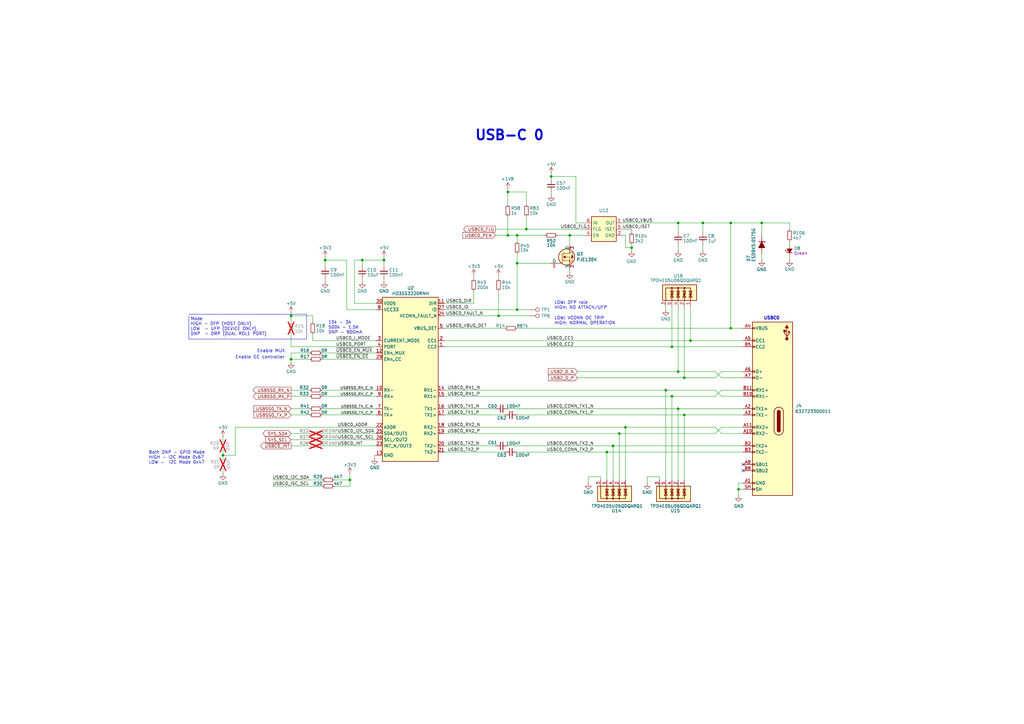
<source format=kicad_sch>
(kicad_sch (version 20231120) (generator "eeschema") (generator_version "8.0")
  (paper "A3")
  (title_block (title "Jetson Carrier Board") (date "2024-07-05") (rev "v1") (company "Argus-1 Cubesat") (comment 1 "www.antmicro.com") (comment 2 "N. Khera"))
  (junction (at 208.28 96.52))
  (junction (at 233.68 96.52))
  (junction (at 133.35 106.68))
  (junction (at 275.59 142.24))
  (junction (at 278.13 91.44))
  (junction (at 212.09 107.95))
  (junction (at 312.42 91.44))
  (junction (at 119.38 129.54))
  (junction (at 259.08 101.6))
  (junction (at 302.895 200.66))
  (junction (at 299.72 91.44))
  (junction (at 299.72 134.62))
  (junction (at 278.13 167.64))
  (junction (at 204.47 129.54))
  (junction (at 212.09 96.52))
  (junction (at 254 177.8))
  (junction (at 143.51 196.85))
  (junction (at 91.44 186.69))
  (junction (at 288.29 91.44))
  (junction (at 248.92 185.42))
  (junction (at 273.05 160.02))
  (junction (at 119.38 147.32))
  (junction (at 278.13 152.4))
  (junction (at 275.59 162.56))
  (junction (at 280.67 170.18))
  (junction (at 157.48 106.68))
  (junction (at 280.67 154.94))
  (junction (at 226.06 72.39))
  (junction (at 212.09 127))
  (junction (at 208.28 78.74))
  (junction (at 215.9 93.98))
  (junction (at 148.59 106.68))
  (junction (at 283.21 139.7))
  (junction (at 251.46 182.88))
  (junction (at 256.54 175.26))
  (no_connect (at 304.8 190.5))
  (no_connect (at 304.8 193.04))
  (wire (pts (xy 278.13 91.44) (xy 288.29 91.44)))
  (wire (pts (xy 208.28 77.47) (xy 208.28 78.74)))
  (wire (pts (xy 157.48 105.41) (xy 157.48 106.68)))
  (wire (pts (xy 259.08 101.6) (xy 256.54 101.6)))
  (wire (pts (xy 248.92 185.42) (xy 248.92 196.85)))
  (wire (pts (xy 212.09 96.52) (xy 223.52 96.52)))
  (wire (pts (xy 119.38 177.8) (xy 127 177.8)))
  (wire (pts (xy 212.09 107.95) (xy 212.09 127)))
  (wire (pts (xy 154.305 127) (xy 142.24 127)))
  (wire (pts (xy 132.08 144.78) (xy 154.305 144.78)))
  (wire (pts (xy 295.91 160.02) (xy 304.8 160.02)))
  (wire (pts (xy 278.13 152.4) (xy 293.37 152.4)))
  (wire (pts (xy 91.44 179.07) (xy 91.44 180.34)))
  (wire (pts (xy 280.67 154.94) (xy 293.37 154.94)))
  (wire (pts (xy 91.44 186.69) (xy 96.52 186.69)))
  (wire (pts (xy 132.08 170.18) (xy 154.305 170.18)))
  (wire (pts (xy 270.51 195.58) (xy 270.51 196.85)))
  (wire (pts (xy 182.245 129.54) (xy 204.47 129.54)))
  (wire (pts (xy 203.2 96.52) (xy 208.28 96.52)))
  (wire (pts (xy 208.28 167.64) (xy 278.13 167.64)))
  (wire (pts (xy 312.42 91.44) (xy 323.85 91.44)))
  (wire (pts (xy 256.54 175.26) (xy 293.37 175.26)))
  (wire (pts (xy 182.245 177.8) (xy 254 177.8)))
  (wire (pts (xy 128.27 137.16) (xy 128.27 139.7)))
  (wire (pts (xy 154.305 142.24) (xy 119.38 142.24)))
  (wire (pts (xy 280.67 125.73) (xy 280.67 154.94)))
  (wire (pts (xy 293.37 154.94) (xy 295.91 152.4)))
  (wire (pts (xy 273.05 160.02) (xy 273.05 196.85)))
  (wire (pts (xy 182.245 185.42) (xy 207.01 185.42)))
  (wire (pts (xy 96.52 175.26) (xy 96.52 186.69)))
  (wire (pts (xy 254 177.8) (xy 293.37 177.8)))
  (wire (pts (xy 275.59 162.56) (xy 293.37 162.56)))
  (polyline (pts (xy 77.47 128.905) (xy 125.73 128.905)))
  (wire (pts (xy 295.91 154.94) (xy 304.8 154.94)))
  (wire (pts (xy 132.08 182.88) (xy 154.305 182.88)))
  (wire (pts (xy 212.09 134.62) (xy 299.72 134.62)))
  (polyline (pts (xy 77.47 129.54) (xy 77.47 139.065)))
  (wire (pts (xy 111.76 196.85) (xy 132.08 196.85)))
  (wire (pts (xy 233.68 110.49) (xy 233.68 111.76)))
  (wire (pts (xy 233.68 96.52) (xy 233.68 100.33)))
  (wire (pts (xy 119.38 128.27) (xy 119.38 129.54)))
  (wire (pts (xy 157.48 106.68) (xy 157.48 109.22)))
  (wire (pts (xy 259.08 100.33) (xy 259.08 101.6)))
  (wire (pts (xy 246.38 195.58) (xy 246.38 196.85)))
  (wire (pts (xy 91.44 186.69) (xy 91.44 187.96)))
  (wire (pts (xy 288.29 91.44) (xy 299.72 91.44)))
  (wire (pts (xy 288.29 100.33) (xy 288.29 102.87)))
  (wire (pts (xy 91.44 193.04) (xy 91.44 194.31)))
  (wire (pts (xy 273.05 125.73) (xy 273.05 127)))
  (wire (pts (xy 248.92 185.42) (xy 304.8 185.42)))
  (wire (pts (xy 302.895 200.66) (xy 304.8 200.66)))
  (wire (pts (xy 215.9 78.74) (xy 208.28 78.74)))
  (wire (pts (xy 275.59 142.24) (xy 304.8 142.24)))
  (wire (pts (xy 204.47 129.54) (xy 217.17 129.54)))
  (wire (pts (xy 278.13 125.73) (xy 278.13 152.4)))
  (wire (pts (xy 132.08 180.34) (xy 154.305 180.34)))
  (wire (pts (xy 226.06 71.12) (xy 226.06 72.39)))
  (wire (pts (xy 215.9 88.9) (xy 215.9 93.98)))
  (wire (pts (xy 259.08 102.87) (xy 259.08 101.6)))
  (wire (pts (xy 323.85 105.41) (xy 323.85 106.68)))
  (wire (pts (xy 119.38 180.34) (xy 127 180.34)))
  (wire (pts (xy 119.38 137.16) (xy 119.38 142.24)))
  (wire (pts (xy 119.38 182.88) (xy 127 182.88)))
  (wire (pts (xy 278.13 91.44) (xy 278.13 95.25)))
  (wire (pts (xy 278.13 100.33) (xy 278.13 102.87)))
  (wire (pts (xy 142.24 127) (xy 142.24 106.68)))
  (wire (pts (xy 293.37 160.02) (xy 295.91 162.56)))
  (wire (pts (xy 280.67 170.18) (xy 304.8 170.18)))
  (wire (pts (xy 273.05 160.02) (xy 293.37 160.02)))
  (wire (pts (xy 226.06 72.39) (xy 236.22 72.39)))
  (wire (pts (xy 278.13 167.64) (xy 304.8 167.64)))
  (wire (pts (xy 145.415 106.68) (xy 148.59 106.68)))
  (wire (pts (xy 182.245 160.02) (xy 273.05 160.02)))
  (wire (pts (xy 251.46 182.88) (xy 304.8 182.88)))
  (wire (pts (xy 256.54 101.6) (xy 256.54 96.52)))
  (wire (pts (xy 283.21 125.73) (xy 283.21 139.7)))
  (wire (pts (xy 302.895 198.12) (xy 304.8 198.12)))
  (wire (pts (xy 236.22 91.44) (xy 240.03 91.44)))
  (wire (pts (xy 128.27 129.54) (xy 128.27 132.08)))
  (wire (pts (xy 295.91 177.8) (xy 304.8 177.8)))
  (wire (pts (xy 312.42 106.68) (xy 312.42 104.14)))
  (wire (pts (xy 182.245 182.88) (xy 203.2 182.88)))
  (wire (pts (xy 323.85 91.44) (xy 323.85 93.98)))
  (wire (pts (xy 283.21 139.7) (xy 304.8 139.7)))
  (wire (pts (xy 240.03 96.52) (xy 233.68 96.52)))
  (wire (pts (xy 145.415 124.46) (xy 145.415 106.68)))
  (wire (pts (xy 212.09 107.95) (xy 226.06 107.95)))
  (wire (pts (xy 265.43 195.58) (xy 270.51 195.58)))
  (wire (pts (xy 132.08 167.64) (xy 154.305 167.64)))
  (wire (pts (xy 293.37 177.8) (xy 295.91 175.26)))
  (wire (pts (xy 148.59 114.3) (xy 148.59 115.57)))
  (wire (pts (xy 212.09 185.42) (xy 248.92 185.42)))
  (wire (pts (xy 278.13 167.64) (xy 278.13 196.85)))
  (wire (pts (xy 119.38 144.78) (xy 127 144.78)))
  (wire (pts (xy 132.08 177.8) (xy 154.305 177.8)))
  (wire (pts (xy 236.22 72.39) (xy 236.22 91.44)))
  (wire (pts (xy 182.245 167.64) (xy 203.2 167.64)))
  (wire (pts (xy 295.91 175.26) (xy 304.8 175.26)))
  (wire (pts (xy 153.67 187.96) (xy 153.67 186.69)))
  (wire (pts (xy 215.9 93.98) (xy 240.03 93.98)))
  (wire (pts (xy 96.52 175.26) (xy 154.305 175.26)))
  (wire (pts (xy 132.08 160.02) (xy 154.305 160.02)))
  (wire (pts (xy 208.28 182.88) (xy 251.46 182.88)))
  (wire (pts (xy 212.09 170.18) (xy 280.67 170.18)))
  (wire (pts (xy 299.72 134.62) (xy 304.8 134.62)))
  (wire (pts (xy 259.08 93.98) (xy 259.08 95.25)))
  (wire (pts (xy 295.91 162.56) (xy 304.8 162.56)))
  (wire (pts (xy 148.59 106.68) (xy 157.48 106.68)))
  (polyline (pts (xy 77.47 139.065) (xy 125.73 139.065)))
  (wire (pts (xy 203.2 93.98) (xy 215.9 93.98)))
  (wire (pts (xy 275.59 125.73) (xy 275.59 142.24)))
  (wire (pts (xy 119.38 147.32) (xy 127 147.32)))
  (wire (pts (xy 226.06 72.39) (xy 226.06 73.66)))
  (wire (pts (xy 236.855 152.4) (xy 278.13 152.4)))
  (wire (pts (xy 157.48 114.3) (xy 157.48 115.57)))
  (wire (pts (xy 256.54 96.52) (xy 255.27 96.52)))
  (wire (pts (xy 111.76 199.39) (xy 132.08 199.39)))
  (wire (pts (xy 133.35 106.68) (xy 133.35 109.22)))
  (wire (pts (xy 132.08 147.32) (xy 154.305 147.32)))
  (wire (pts (xy 212.09 127) (xy 217.17 127)))
  (wire (pts (xy 182.245 134.62) (xy 207.01 134.62)))
  (wire (pts (xy 228.6 96.52) (xy 233.68 96.52)))
  (wire (pts (xy 241.3 198.12) (xy 241.3 195.58)))
  (wire (pts (xy 293.37 162.56) (xy 295.91 160.02)))
  (wire (pts (xy 119.38 129.54) (xy 128.27 129.54)))
  (wire (pts (xy 182.245 127) (xy 212.09 127)))
  (wire (pts (xy 323.85 99.06) (xy 323.85 100.33)))
  (wire (pts (xy 153.67 186.69) (xy 154.305 186.69)))
  (wire (pts (xy 288.29 91.44) (xy 288.29 95.25)))
  (wire (pts (xy 204.47 119.38) (xy 204.47 129.54)))
  (wire (pts (xy 212.09 104.14) (xy 212.09 107.95)))
  (wire (pts (xy 299.72 91.44) (xy 312.42 91.44)))
  (wire (pts (xy 204.47 113.03) (xy 204.47 114.3)))
  (wire (pts (xy 182.245 175.26) (xy 256.54 175.26)))
  (wire (pts (xy 119.38 147.32) (xy 119.38 148.59)))
  (wire (pts (xy 208.28 78.74) (xy 208.28 83.82)))
  (wire (pts (xy 236.855 154.94) (xy 280.67 154.94)))
  (wire (pts (xy 280.67 170.18) (xy 280.67 196.85)))
  (wire (pts (xy 293.37 152.4) (xy 295.91 154.94)))
  (wire (pts (xy 119.38 167.64) (xy 127 167.64)))
  (wire (pts (xy 143.51 194.31) (xy 143.51 196.85)))
  (wire (pts (xy 251.46 182.88) (xy 251.46 196.85)))
  (wire (pts (xy 312.42 91.44) (xy 312.42 96.52)))
  (wire (pts (xy 226.06 78.74) (xy 226.06 80.01)))
  (wire (pts (xy 142.24 106.68) (xy 133.35 106.68)))
  (wire (pts (xy 299.72 91.44) (xy 299.72 134.62)))
  (wire (pts (xy 302.895 203.2) (xy 302.895 200.66)))
  (wire (pts (xy 275.59 162.56) (xy 275.59 196.85)))
  (wire (pts (xy 133.35 105.41) (xy 133.35 106.68)))
  (wire (pts (xy 182.245 162.56) (xy 275.59 162.56)))
  (wire (pts (xy 208.28 96.52) (xy 212.09 96.52)))
  (wire (pts (xy 182.245 139.7) (xy 283.21 139.7)))
  (wire (pts (xy 254 177.8) (xy 254 196.85)))
  (wire (pts (xy 255.27 93.98) (xy 259.08 93.98)))
  (wire (pts (xy 119.38 170.18) (xy 127 170.18)))
  (wire (pts (xy 194.31 113.03) (xy 194.31 114.3)))
  (wire (pts (xy 215.9 78.74) (xy 215.9 83.82)))
  (wire (pts (xy 265.43 198.12) (xy 265.43 195.58)))
  (wire (pts (xy 132.08 162.56) (xy 154.305 162.56)))
  (wire (pts (xy 212.09 96.52) (xy 212.09 99.06)))
  (wire (pts (xy 293.37 175.26) (xy 295.91 177.8)))
  (wire (pts (xy 119.38 160.02) (xy 127 160.02)))
  (wire (pts (xy 137.16 199.39) (xy 143.51 199.39)))
  (wire (pts (xy 154.305 124.46) (xy 145.415 124.46)))
  (wire (pts (xy 119.38 144.78) (xy 119.38 147.32)))
  (wire (pts (xy 137.16 196.85) (xy 143.51 196.85)))
  (wire (pts (xy 143.51 199.39) (xy 143.51 196.85)))
  (wire (pts (xy 119.38 129.54) (xy 119.38 132.08)))
  (wire (pts (xy 241.3 195.58) (xy 246.38 195.58)))
  (wire (pts (xy 91.44 185.42) (xy 91.44 186.69)))
  (wire (pts (xy 194.31 119.38) (xy 194.31 124.46)))
  (wire (pts (xy 256.54 175.26) (xy 256.54 196.85)))
  (wire (pts (xy 182.245 142.24) (xy 275.59 142.24)))
  (wire (pts (xy 295.91 152.4) (xy 304.8 152.4)))
  (wire (pts (xy 119.38 162.56) (xy 127 162.56)))
  (wire (pts (xy 133.35 114.3) (xy 133.35 115.57)))
  (wire (pts (xy 148.59 106.68) (xy 148.59 109.22)))
  (wire (pts (xy 208.28 88.9) (xy 208.28 96.52)))
  (wire (pts (xy 182.245 124.46) (xy 194.31 124.46)))
  (polyline (pts (xy 125.73 139.065) (xy 125.73 128.905)))
  (wire (pts (xy 302.895 200.66) (xy 302.895 198.12)))
  (wire (pts (xy 255.27 91.44) (xy 278.13 91.44)))
  (wire (pts (xy 154.305 139.7) (xy 128.27 139.7)))
  (wire (pts (xy 182.245 170.18) (xy 207.01 170.18)))
  (text "USBC0" (at 313.182 131.318 0) (effects (font (size 1.27 1.27) (thickness 0.254) (bold yes)) (justify left bottom)))
  (text "Enable CC controller" (at 96.52 147.32 0) (effects (font (size 1.27 1.27)) (justify left bottom)))
  (text "Mode\nHIGH - DFP (HOST ONLY)\nLOW  - UFP (DEVICE ONLY)\nDNP  - DRP (DUAL ROLE PORT)\n" (at 78.105 137.795 0) (effects (font (size 1.27 1.27)) (justify left bottom)))
  (text "Both DNP - GPIO Mode\nHIGH - I2C Mode 0x67\nLOW -  I2C Mode 0x47" (at 60.96 190.5 0) (effects (font (size 1.27 1.27)) (justify left bottom)))
  (text "USB-C 0" (at 194.564 57.912 0) (effects (font (size 4 4) (thickness 0.8) (bold yes)) (justify left bottom)))
  (text "LOW: DFP role \nHIGH: NO ATTACH/UFP" (at 227.33 127 0) (effects (font (size 1.27 1.27)) (justify left bottom)))
  (text "LOW: VCONN OC TRIP \nHIGH: NORMAL OPERATION" (at 227.33 133.35 0) (effects (font (size 1.27 1.27)) (justify left bottom)))
  (text "10k - 3A\n500k - 1.5A\nDNP - 900mA" (at 134.62 137.16 0) (effects (font (size 1.27 1.27)) (justify left bottom)))
  (text "Enable MUX" (at 105.41 144.78 0) (effects (font (size 1.27 1.27)) (justify left bottom)))
  (label "USBSS0_TX_C_N" (at 153.035 167.64 180) (effects (font (size 1.1 1.1))))
  (label "USBC0_ADDR" (at 138.43 175.26 0))
  (label "USBC0_DIR" (at 182.88 124.46 0))
  (label "USBC0_CONN_TX1_P" (at 224.155 170.18 0))
  (label "USBC0_RX2_N" (at 183.515 175.26 0))
  (label "USBC0_FAULT_N" (at 182.88 129.54 0))
  (label "USBC0_PORT" (at 137.795 142.24 0))
  (label "USBC0_ISC_SCL" (at 138.43 180.34 0))
  (label "USBC0_CONN_TX2_N" (at 224.155 182.88 0))
  (label "USBC0_ID" (at 182.88 127 0))
  (label "USBC0_CC1" (at 224.155 139.7 0))
  (label "USBC0_I2C_SDA" (at 111.76 196.85 0))
  (label "USBC0_I_MODE" (at 137.795 139.7 0))
  (label "USBC0_VBUS_DET" (at 182.88 134.62 0))
  (label "USBC0_RX1_P" (at 183.515 162.56 0))
  (label "USBC0_CC2" (at 224.155 142.24 0))
  (label "USBC0_VBUS" (at 255.27 91.44 0))
  (label "USBC0_CONN_TX2_P" (at 224.155 185.42 0))
  (label "USBC0_ISC_SCL" (at 111.76 199.39 0))
  (label "~{USBC0_EN_MUX}" (at 137.795 144.78 0))
  (label "USBC0_INT" (at 138.43 182.88 0))
  (label "USBC0_TX2_N" (at 183.515 182.88 0))
  (label "USBC0_TX1_P" (at 183.515 170.18 0))
  (label "USBC0_FLG" (at 229.87 93.98 0))
  (label "USBC0_RX1_N" (at 183.515 160.02 0))
  (label "USBC0_TX1_N" (at 183.515 167.64 0))
  (label "USBSS0_TX_C_P" (at 153.035 170.18 180) (effects (font (size 1.1 1.1))))
  (label "USBC0_I2C_SDA" (at 138.43 177.8 0))
  (label "~{USBC0_EN_CC}" (at 137.795 147.32 0))
  (label "USBSS0_RX_C_P" (at 153.035 162.56 180) (effects (font (size 1.1 1.1))))
  (label "USBC0_RX2_P" (at 183.515 177.8 0))
  (label "USBC0_ISET" (at 255.27 93.98 0))
  (label "USBC0_CONN_TX1_N" (at 224.155 167.64 0))
  (label "USBC0_TX2_P" (at 183.515 185.42 0))
  (label "USBSS0_RX_C_N" (at 153.035 160.02 180) (effects (font (size 1.1 1.1))))
  (global_label "USB2_D_N" (shape input) (at 236.855 152.4 180) (property "Intersheetrefs" "${INTERSHEET_REFS}" (at 224.155 152.4 0) (effects (justify right))))
  (global_label "~{USBC0_INT}" (shape output) (at 119.38 182.88 180) (property "Intersheetrefs" "${INTERSHEET_REFS}" (at 104.775 182.88 0) (effects (justify right))))
  (global_label "USBC0_PEN" (shape input) (at 203.2 96.52 180) (property "Intersheetrefs" "${INTERSHEET_REFS}" (at 189.23 96.52 0) (effects (justify right))))
  (global_label "USBSS0_TX_N" (shape input) (at 119.38 167.64 180) (property "Intersheetrefs" "${INTERSHEET_REFS}" (at 103.505 167.64 0) (effects (font (size 1.1 1.1)) (justify right))))
  (global_label "USB2_D_P" (shape input) (at 236.855 154.94 180) (property "Intersheetrefs" "${INTERSHEET_REFS}" (at 224.155 154.94 0) (effects (justify right))))
  (global_label "SYS_SDA" (shape bidirectional) (at 119.38 177.8 180) (property "Intersheetrefs" "${INTERSHEET_REFS}" (at 97.79 177.8 0) (effects (justify left))))
  (global_label "USBSS0_RX_P" (shape output) (at 119.38 162.56 180) (property "Intersheetrefs" "${INTERSHEET_REFS}" (at 103.505 162.56 0) (effects (font (size 1.1 1.1)) (justify right))))
  (global_label "USBC0_FLG" (shape output) (at 203.2 93.98 180) (property "Intersheetrefs" "${INTERSHEET_REFS}" (at 189.23 93.98 0) (effects (justify right))))
  (global_label "USBSS0_TX_P" (shape input) (at 119.38 170.18 180) (property "Intersheetrefs" "${INTERSHEET_REFS}" (at 103.505 170.18 0) (effects (font (size 1.1 1.1)) (justify right))))
  (global_label "SYS_SCL" (shape input) (at 119.38 180.34 180) (property "Intersheetrefs" "${INTERSHEET_REFS}" (at 97.79 180.34 0) (effects (justify left))))
  (global_label "USBSS0_RX_N" (shape output) (at 119.38 160.02 180) (property "Intersheetrefs" "${INTERSHEET_REFS}" (at 103.505 160.02 0) (effects (font (size 1.1 1.1)) (justify right))))
  (symbol (lib_id "power:+3V3") (at 133.35 105.41 0) (mirror y) (unit 1)
    (property "Reference" "#PWR022" (effects (hide yes)))
    (property "Value" "+3V3" (at 133.35 101.6 0))
    (property "Description" "Power symbol creates a global label with name \"+3V3\"" (effects (hide yes)))
  )
  (symbol (lib_id "Device:C_Small") (at 209.55 185.42 90) (unit 1)
    (property "Reference" "C63" (at 207.772 185.928 90) (effects (justify left bottom)))
    (property "Value" "100nF" (at 217.424 185.928 90) (effects (justify left bottom)))
    (property "Footprint" "Capacitor_SMD:C_0402_1005Metric" (effects (hide yes)))
    (property "Description" "Unpolarized capacitor, small symbol" (effects (hide yes)))
    (property "Manufacturer" "Murata" (effects (hide yes)))
    (property "MPN" "GRM155R61H104KE14D" (effects (hide yes)))
    (property "Val" "100n" (effects (hide yes)))
    (property "License" "Apache-2.0" (effects (hide yes)))
    (property "Author" "Antmicro" (effects (hide yes)))
    (property "Voltage" "50V" (effects (hide yes)))
    (property "Dielectric" "X5R" (effects (hide yes)))
  )
  (symbol (lib_id "Device:C_Small") (at 157.48 111.76 0) (mirror x) (unit 1)
    (property "Reference" "C11" (at 159.512 109.982 0) (effects (justify left bottom)))
    (property "Value" "100nF" (at 159.512 112.014 0) (effects (justify left bottom)))
    (property "Footprint" "Capacitor_SMD:C_0402_1005Metric" (effects (hide yes)))
    (property "Description" "Unpolarized capacitor, small symbol" (effects (hide yes)))
    (property "Manufacturer" "Murata" (effects (hide yes)))
    (property "MPN" "GRM155R61H104KE14D" (effects (hide yes)))
    (property "Val" "100n" (effects (hide yes)))
    (property "License" "Apache-2.0" (effects (hide yes)))
    (property "Author" "Antmicro" (effects (hide yes)))
    (property "Voltage" "50V" (effects (hide yes)))
    (property "Dielectric" "X5R" (effects (hide yes)))
  )
  (symbol (lib_id "power:+5V") (at 226.06 71.12 0) (unit 1)
    (property "Reference" "#PWR033" (effects (hide yes)))
    (property "Value" "+5V" (at 224.028 68.072 0) (effects (justify left bottom)))
    (property "Description" "Power symbol creates a global label with name \"+5V\"" (effects (hide yes)))
  )
  (symbol (lib_id "Device:C_Small") (at 226.06 76.2 0) (mirror x) (unit 1)
    (property "Reference" "C57" (at 228.092 74.422 0) (effects (justify left bottom)))
    (property "Value" "100nF" (at 234.188 76.454 0) (effects (justify right bottom)))
    (property "Footprint" "Capacitor_SMD:C_0603_1608Metric" (effects (hide yes)))
    (property "Description" "Unpolarized capacitor, small symbol" (effects (hide yes)))
    (property "Manufacturer" "Murata" (effects (hide yes)))
    (property "MPN" "GRM155R61H104KE14D" (effects (hide yes)))
    (property "Val" "100n" (effects (hide yes)))
    (property "License" "Apache-2.0" (effects (hide yes)))
    (property "Author" "Antmicro" (effects (hide yes)))
    (property "Voltage" "50V" (effects (hide yes)))
    (property "Dielectric" "X5R" (effects (hide yes)))
  )
  (symbol (lib_id "power:+3V3") (at 143.51 194.31 0) (mirror y) (unit 1)
    (property "Reference" "#PWR025" (effects (hide yes)))
    (property "Value" "+3V3" (at 140.843 190.627 0) (effects (justify right)))
    (property "Description" "Power symbol creates a global label with name \"+3V3\"" (effects (hide yes)))
  )
  (symbol (lib_id "power:GND") (at 312.42 106.68 0) (mirror y) (unit 1)
    (property "Reference" "#PWR066" (effects (hide yes)))
    (property "Value" "GND" (at 314.452 111.252 0) (effects (justify left bottom)))
    (property "Description" "Power symbol creates a global label with name \"GND\" , ground" (effects (hide yes)))
    (property "Author" "Antmicro" (effects (hide yes)))
    (property "License" "Apache-2.0" (effects (hide yes)))
  )
  (symbol (lib_id "Device:R_Small") (at 129.54 162.56 90) (unit 1)
    (property "Reference" "R33" (at 126.746 160.782 90) (effects (justify left bottom)))
    (property "Value" "0R" (at 134.366 160.782 90) (effects (justify left bottom)))
    (property "Footprint" "Resistor_SMD:R_0402_1005Metric" (effects (hide yes)))
    (property "Description" "Resistor, small symbol" (effects (hide yes)))
    (property "Manufacturer" "Panasonic" (effects (hide yes)))
    (property "MPN" "ERJ2GE0R00X" (effects (hide yes)))
    (property "Val" "0R" (effects (hide yes)))
    (property "License" "Apache-2.0" (effects (hide yes)))
    (property "Author" "Antmicro" (effects (hide yes)))
    (property "Current" "1A" (effects (hide yes)))
  )
  (symbol (lib_id "power:GND") (at 148.59 115.57 0) (mirror y) (unit 1)
    (property "Reference" "#PWR026" (effects (hide yes)))
    (property "Value" "GND" (at 148.59 119.38 0))
    (property "Description" "Power symbol creates a global label with name \"GND\" , ground" (effects (hide yes)))
    (property "Author" "Antmicro" (effects (hide yes)))
    (property "License" "Apache-2.0" (effects (hide yes)))
  )
  (symbol (lib_id "Device:R_Small") (at 212.09 101.6 180) (unit 1)
    (property "Reference" "R45" (at 217.17 100.076 0) (effects (justify left bottom)))
    (property "Value" "10k" (at 216.916 101.854 0) (effects (justify left bottom)))
    (property "Footprint" "Resistor_SMD:R_0402_1005Metric" (effects (hide yes)))
    (property "Description" "Resistor, small symbol" (effects (hide yes)))
    (property "Manufacturer" "Bourns" (effects (hide yes)))
    (property "MPN" "CR0402-FX-1002GLF" (effects (hide yes)))
    (property "Val" "10k" (effects (hide yes)))
    (property "License" "Apache-2.0" (effects (hide yes)))
    (property "Author" "Antmicro" (effects (hide yes)))
    (property "Tolerance" "1%" (effects (hide yes)))
  )
  (symbol (lib_id "Device:R_Small") (at 129.54 147.32 90) (unit 1)
    (property "Reference" "R17" (at 127 145.542 90) (effects (justify left bottom)))
    (property "Value" "0R" (at 134.366 145.542 90) (effects (justify left bottom)))
    (property "Footprint" "Resistor_SMD:R_0402_1005Metric" (effects (hide yes)))
    (property "Description" "Resistor, small symbol" (effects (hide yes)))
    (property "Manufacturer" "Panasonic" (effects (hide yes)))
    (property "MPN" "ERJ2GE0R00X" (effects (hide yes)))
    (property "Val" "0R" (effects (hide yes)))
    (property "License" "Apache-2.0" (effects (hide yes)))
    (property "Author" "Antmicro" (effects (hide yes)))
    (property "Current" "1A" (effects (hide yes)))
  )
  (symbol (lib_id "JetsonCarrier:USB-C_WE_632723300011") (at 304.8 134.62 0) (unit 1)
    (property "Reference" "J4" (at 326.39 166.37 0) (effects (justify left)))
    (property "Value" "632723300011" (at 326.136 169.418 0) (effects (justify left bottom)))
    (property "Footprint" "JetsonCarrier:USB-C_Receptacle_WE_632723300011" (effects (hide yes)))
    (property "Datasheet" "https://www.we-online.com/components/products/datasheet/632723300011.pdf" (effects (hide yes)))
    (property "Manufacturer" "Würth Elektronik" (effects (hide yes)))
    (property "MPN" "632723300011" (effects (hide yes)))
    (property "Author" "Antmicro" (effects (hide yes)))
    (property "License" "Apache-2.0" (effects (hide yes)))
  )
  (symbol (lib_id "power:GND") (at 323.85 106.68 0) (mirror y) (unit 1)
    (property "Reference" "#PWR067" (effects (hide yes)))
    (property "Value" "GND" (at 325.882 111.125 0) (effects (justify left bottom)))
    (property "Description" "Power symbol creates a global label with name \"GND\" , ground" (effects (hide yes)))
    (property "Author" "Antmicro" (effects (hide yes)))
    (property "License" "Apache-2.0" (effects (hide yes)))
  )
  (symbol (lib_id "Device:C_Small") (at 288.29 97.79 0) (unit 1)
    (property "Reference" "C8" (at 290.322 97.536 0) (effects (justify left bottom)))
    (property "Value" "1uF" (at 290.322 99.568 0) (effects (justify left bottom)))
    (property "Footprint" "Capacitor_SMD:C_0603_1608Metric" (effects (hide yes)))
    (property "Description" "Unpolarized capacitor, small symbol" (effects (hide yes)))
    (property "Manufacturer" "KEMET" (effects (hide yes)))
    (property "MPN" "C0402C105M4PACTU" (effects (hide yes)))
    (property "Val" "1u/16V" (effects (hide yes)))
    (property "License" "Apache-2.0" (effects (hide yes)))
    (property "Author" "Antmicro" (effects (hide yes)))
  )
  (symbol (lib_id "Device:R_Small") (at 209.55 134.62 270) (unit 1)
    (property "Reference" "R14" (at 205.232 133.604 90))
    (property "Value" "887k" (at 211.836 134.366 90) (effects (justify left bottom)))
    (property "Footprint" "Resistor_SMD:R_0402_1005Metric" (effects (hide yes)))
    (property "Description" "Resistor, small symbol" (effects (hide yes)))
    (property "MPN" "ERJ-2RKF8873X" (effects (hide yes)))
    (property "Manufacturer" "Panasonic" (effects (hide yes)))
    (property "License" "Apache-2.0" (effects (hide yes)))
    (property "Author" "Antmicro" (effects (hide yes)))
    (property "Val" "887k" (effects (hide yes)))
    (property "Tolerance" "1%" (effects (hide yes)))
    (property "Public" "False" (effects (hide yes)))
  )
  (symbol (lib_id "Device:R_Small") (at 208.28 86.36 0) (unit 1)
    (property "Reference" "R58" (at 209.55 86.106 0) (effects (justify left bottom)))
    (property "Value" "1k" (at 209.55 88.138 0) (effects (justify left bottom)))
    (property "Footprint" "Resistor_SMD:R_0402_1005Metric" (effects (hide yes)))
    (property "Description" "Resistor, small symbol" (effects (hide yes)))
    (property "Manufacturer" "Bourns" (effects (hide yes)))
    (property "MPN" "CR0402-FX-1002GLF" (effects (hide yes)))
    (property "Val" "1k" (effects (hide yes)))
    (property "License" "Apache-2.0" (effects (hide yes)))
    (property "Author" "Antmicro" (effects (hide yes)))
    (property "Tolerance" "1%" (effects (hide yes)))
  )
  (symbol (lib_id "Device:R_Small") (at 129.54 177.8 90) (unit 1) (dnp yes)
    (property "Reference" "R22" (at 126.746 176.022 90) (effects (justify left bottom)))
    (property "Value" "0R" (at 134.62 176.022 90) (effects (justify left bottom)))
    (property "Footprint" "Resistor_SMD:R_0402_1005Metric" (effects (hide yes)))
    (property "Description" "Resistor, small symbol" (effects (hide yes)))
    (property "Manufacturer" "Panasonic" (effects (hide yes)))
    (property "MPN" "ERJ2GE0R00X" (effects (hide yes)))
    (property "Val" "0R" (effects (hide yes)))
    (property "DNP" "DNP" (at 138.684 176.022 90) (effects (justify left bottom)))
    (property "License" "Apache-2.0" (effects (hide yes)))
    (property "Author" "Antmicro" (effects (hide yes)))
    (property "Current" "1A" (effects (hide yes)))
  )
  (symbol (lib_id "power:GND") (at 273.05 127 0) (unit 1)
    (property "Reference" "#PWR052" (effects (hide yes)))
    (property "Value" "GND" (at 273.05 130.81 0))
    (property "Description" "Power symbol creates a global label with name \"GND\" , ground" (effects (hide yes)))
    (property "Author" "Antmicro" (effects (hide yes)))
    (property "License" "Apache-2.0" (effects (hide yes)))
  )
  (symbol (lib_id "Device:R_Small") (at 129.54 170.18 90) (unit 1)
    (property "Reference" "R42" (at 127 168.402 90) (effects (justify left bottom)))
    (property "Value" "0R" (at 134.366 168.402 90) (effects (justify left bottom)))
    (property "Footprint" "Resistor_SMD:R_0402_1005Metric" (effects (hide yes)))
    (property "Description" "Resistor, small symbol" (effects (hide yes)))
    (property "Manufacturer" "Panasonic" (effects (hide yes)))
    (property "MPN" "ERJ2GE0R00X" (effects (hide yes)))
    (property "Val" "0R" (effects (hide yes)))
    (property "License" "Apache-2.0" (effects (hide yes)))
    (property "Author" "Antmicro" (effects (hide yes)))
    (property "Current" "1A" (effects (hide yes)))
  )
  (symbol (lib_id "power:GND") (at 302.895 203.2 0) (unit 1)
    (property "Reference" "#PWR062" (effects (hide yes)))
    (property "Value" "GND" (at 300.99 208.28 0) (effects (justify left bottom)))
    (property "Description" "Power symbol creates a global label with name \"GND\" , ground" (effects (hide yes)))
    (property "Author" "Antmicro" (effects (hide yes)))
    (property "License" "Apache-2.0" (effects (hide yes)))
  )
  (symbol (lib_id "JetsonCarrier:HD3SS3220RNH") (at 154.305 124.46 0) (unit 1)
    (property "Reference" "U2" (at 168.402 118.11 0))
    (property "Value" "HD3SS3220RNH" (at 168.402 120.396 0))
    (property "Footprint" "JetsonCarrier:WQFN-30-1EP_4.6x2.6mm_P0.4mm" (effects (hide yes)))
    (property "Datasheet" "https://www.ti.com/lit/ds/symlink/hd3ss3220.pdf?ts=1663000043694&ref_url=https%253A%252F%252Fwww.google.com%252F" (effects (hide yes)))
    (property "Manufacturer" "Texas Instruments" (effects (hide yes)))
    (property "MPN" "HD3SS3220RNHT" (effects (hide yes)))
    (property "Author" "Antmicro" (effects (hide yes)))
    (property "License" "Apache-2.0" (effects (hide yes)))
  )
  (symbol (lib_id "power:GND") (at 153.67 187.96 0) (unit 1)
    (property "Reference" "#PWR027" (effects (hide yes)))
    (property "Value" "GND" (at 151.638 191.77 0) (effects (justify left)))
    (property "Description" "Power symbol creates a global label with name \"GND\" , ground" (effects (hide yes)))
    (property "Author" "Antmicro" (effects (hide yes)))
    (property "License" "Apache-2.0" (effects (hide yes)))
  )
  (symbol (lib_id "power:GND") (at 91.44 194.31 0) (unit 1)
    (property "Reference" "#PWR010" (effects (hide yes)))
    (property "Value" "GND" (at 91.44 198.12 0))
    (property "Description" "Power symbol creates a global label with name \"GND\" , ground" (effects (hide yes)))
    (property "Author" "Antmicro" (effects (hide yes)))
    (property "License" "Apache-2.0" (effects (hide yes)))
  )
  (symbol (lib_id "Device:R_Small") (at 119.38 134.62 180) (unit 1) (dnp yes)
    (property "Reference" "R15" (at 124.714 133.096 0) (effects (justify left bottom)))
    (property "Value" "10k" (at 124.46 135.128 0) (effects (justify left bottom)))
    (property "Footprint" "Resistor_SMD:R_0402_1005Metric" (effects (hide yes)))
    (property "Description" "Resistor, small symbol" (effects (hide yes)))
    (property "Manufacturer" "Bourns" (effects (hide yes)))
    (property "MPN" "CR0402-FX-1002GLF" (effects (hide yes)))
    (property "Val" "10k" (effects (hide yes)))
    (property "DNP" "DNP" (at 119.634 134.62 90))
    (property "License" "Apache-2.0" (effects (hide yes)))
    (property "Author" "Antmicro" (effects (hide yes)))
    (property "Tolerance" "1%" (effects (hide yes)))
  )
  (symbol (lib_id "power:GND") (at 226.06 80.01 0) (mirror y) (unit 1)
    (property "Reference" "#PWR046" (effects (hide yes)))
    (property "Value" "GND" (at 228.092 84.582 0) (effects (justify left bottom)))
    (property "Description" "Power symbol creates a global label with name \"GND\" , ground" (effects (hide yes)))
    (property "Author" "Antmicro" (effects (hide yes)))
    (property "License" "Apache-2.0" (effects (hide yes)))
  )
  (symbol (lib_id "Device:R_Small") (at 226.06 96.52 90) (unit 1)
    (property "Reference" "R52" (at 226.06 98.044 90) (effects (justify bottom)))
    (property "Value" "10k" (at 226.06 99.822 90) (effects (justify bottom)))
    (property "Footprint" "Resistor_SMD:R_0402_1005Metric" (effects (hide yes)))
    (property "Description" "Resistor, small symbol" (effects (hide yes)))
    (property "Manufacturer" "Bourns" (effects (hide yes)))
    (property "MPN" "CR0402-FX-1002GLF" (effects (hide yes)))
    (property "Val" "10k" (effects (hide yes)))
    (property "License" "Apache-2.0" (effects (hide yes)))
    (property "Author" "Antmicro" (effects (hide yes)))
    (property "Tolerance" "1%" (effects (hide yes)))
  )
  (symbol (lib_id "JetsonCarrier:TPD4E05U06QDQARQ1") (at 283.21 125.73 270) (mirror x) (unit 1)
    (property "Reference" "U16" (at 276.225 112.395 90) (effects (justify left bottom)))
    (property "Value" "TPD4E05U06QDQARQ1" (at 266.7 114.3 90) (effects (justify left bottom)))
    (property "Footprint" "JetsonCarrier:USON-10_2.5x1mm_P0.5mm" (effects (hide yes)))
    (property "Datasheet" "https://www.ti.com/lit/ds/symlink/tpd4e05u06-q1.pdf?HQS=dis-mous-null-mousermode-dsf-pf-null-wwe&ts=1663591265741&ref_url=https%253A%252F%252Fwww.mouser.pl%252F" (effects (hide yes)))
    (property "Manufacturer" "Texas Instruments" (effects (hide yes)))
    (property "MPN" "TPD4E05U06QDQARQ1" (effects (hide yes)))
    (property "Author" "Antmicro" (effects (hide yes)))
    (property "License" "Apache-2.0" (effects (hide yes)))
  )
  (symbol (lib_id "power:GND") (at 259.08 102.87 0) (mirror y) (unit 1)
    (property "Reference" "#PWR050" (effects (hide yes)))
    (property "Value" "GND" (at 260.985 107.95 0) (effects (justify left bottom)))
    (property "Description" "Power symbol creates a global label with name \"GND\" , ground" (effects (hide yes)))
    (property "Author" "Antmicro" (effects (hide yes)))
    (property "License" "Apache-2.0" (effects (hide yes)))
  )
  (symbol (lib_id "Device:C_Small") (at 205.74 167.64 90) (unit 1)
    (property "Reference" "C60" (at 203.962 165.862 90) (effects (justify left bottom)))
    (property "Value" "100nF" (at 213.614 165.862 90) (effects (justify left bottom)))
    (property "Footprint" "Capacitor_SMD:C_0402_1005Metric" (effects (hide yes)))
    (property "Description" "Unpolarized capacitor, small symbol" (effects (hide yes)))
    (property "Manufacturer" "Murata" (effects (hide yes)))
    (property "MPN" "GRM155R61H104KE14D" (effects (hide yes)))
    (property "Val" "100n" (effects (hide yes)))
    (property "License" "Apache-2.0" (effects (hide yes)))
    (property "Author" "Antmicro" (effects (hide yes)))
    (property "Voltage" "50V" (effects (hide yes)))
    (property "Dielectric" "X5R" (effects (hide yes)))
  )
  (symbol (lib_id "power:+5V") (at 91.44 179.07 0) (unit 1)
    (property "Reference" "#PWR09" (effects (hide yes)))
    (property "Value" "+5V" (at 91.44 175.26 0))
    (property "Description" "Power symbol creates a global label with name \"+5V\"" (effects (hide yes)))
  )
  (symbol (lib_id "Device:C_Small") (at 133.35 111.76 0) (mirror x) (unit 1)
    (property "Reference" "C9" (at 138.176 109.982 0) (effects (justify right bottom)))
    (property "Value" "100nF" (at 141.478 112.014 0) (effects (justify right bottom)))
    (property "Footprint" "Capacitor_SMD:C_0402_1005Metric" (effects (hide yes)))
    (property "Description" "Unpolarized capacitor, small symbol" (effects (hide yes)))
    (property "Manufacturer" "Murata" (effects (hide yes)))
    (property "MPN" "GRM155R61H104KE14D" (effects (hide yes)))
    (property "Val" "100n" (effects (hide yes)))
    (property "License" "Apache-2.0" (effects (hide yes)))
    (property "Author" "Antmicro" (effects (hide yes)))
    (property "Voltage" "50V" (effects (hide yes)))
    (property "Dielectric" "X5R" (effects (hide yes)))
  )
  (symbol (lib_id "Device:R_Small") (at 128.27 134.62 0) (unit 1)
    (property "Reference" "R18" (at 129.54 134.366 0) (effects (justify left bottom)))
    (property "Value" "10k" (at 129.54 136.398 0) (effects (justify left bottom)))
    (property "Footprint" "Resistor_SMD:R_0402_1005Metric" (effects (hide yes)))
    (property "Description" "Resistor, small symbol" (effects (hide yes)))
    (property "Manufacturer" "Bourns" (effects (hide yes)))
    (property "MPN" "CR0402-FX-1002GLF" (effects (hide yes)))
    (property "Val" "10k" (effects (hide yes)))
    (property "License" "Apache-2.0" (effects (hide yes)))
    (property "Author" "Antmicro" (effects (hide yes)))
    (property "Tolerance" "1%" (effects (hide yes)))
  )
  (symbol (lib_id "Device:R_Small") (at 91.44 182.88 180) (unit 1) (dnp yes)
    (property "Reference" "R20" (at 89.916 181.102 0) (effects (justify left bottom)))
    (property "Value" "0R" (at 89.916 183.134 0) (effects (justify left bottom)))
    (property "Footprint" "Resistor_SMD:R_0402_1005Metric" (effects (hide yes)))
    (property "Description" "Resistor, small symbol" (effects (hide yes)))
    (property "Manufacturer" "Panasonic" (effects (hide yes)))
    (property "MPN" "ERJ2GE0R00X" (effects (hide yes)))
    (property "Val" "0R" (effects (hide yes)))
    (property "DNP" "DNP" (at 92.71 180.848 90) (effects (justify left bottom)))
    (property "License" "Apache-2.0" (effects (hide yes)))
    (property "Author" "Antmicro" (effects (hide yes)))
    (property "Current" "1A" (effects (hide yes)))
  )
  (symbol (lib_id "power:+5V") (at 157.48 105.41 0) (mirror y) (unit 1)
    (property "Reference" "#PWR028" (effects (hide yes)))
    (property "Value" "+5V" (at 157.48 101.6 0))
    (property "Description" "Power symbol creates a global label with name \"+5V\"" (effects (hide yes)))
  )
  (symbol (lib_id "Device:R_Small") (at 129.54 160.02 90) (unit 1)
    (property "Reference" "R32" (at 126.746 158.242 90) (effects (justify left bottom)))
    (property "Value" "0R" (at 134.366 158.242 90) (effects (justify left bottom)))
    (property "Footprint" "Resistor_SMD:R_0402_1005Metric" (effects (hide yes)))
    (property "Description" "Resistor, small symbol" (effects (hide yes)))
    (property "Manufacturer" "Panasonic" (effects (hide yes)))
    (property "MPN" "ERJ2GE0R00X" (effects (hide yes)))
    (property "Val" "0R" (effects (hide yes)))
    (property "License" "Apache-2.0" (effects (hide yes)))
    (property "Author" "Antmicro" (effects (hide yes)))
    (property "Current" "1A" (effects (hide yes)))
  )
  (symbol (lib_id "Device:C_Small") (at 148.59 111.76 0) (mirror x) (unit 1)
    (property "Reference" "C10" (at 154.432 109.982 0) (effects (justify right bottom)))
    (property "Value" "10uF" (at 155.448 112.014 0) (effects (justify right bottom)))
    (property "Footprint" "Capacitor_SMD:C_0402_1005Metric" (effects (hide yes)))
    (property "Description" "Unpolarized capacitor, small symbol" (effects (hide yes)))
    (property "Manufacturer" "Murata" (effects (hide yes)))
    (property "MPN" "GRM188R61A106KE69D" (effects (hide yes)))
    (property "Val" "10u" (effects (hide yes)))
    (property "License" "Apache-2.0" (effects (hide yes)))
    (property "Author" "Antmicro" (effects (hide yes)))
  )
  (symbol (lib_id "power:GND") (at 265.43 198.12 0) (unit 1)
    (property "Reference" "#PWR051" (effects (hide yes)))
    (property "Value" "GND" (at 265.43 201.93 0))
    (property "Description" "Power symbol creates a global label with name \"GND\" , ground" (effects (hide yes)))
    (property "Author" "Antmicro" (effects (hide yes)))
    (property "License" "Apache-2.0" (effects (hide yes)))
  )
  (symbol (lib_id "JetsonCarrier:AP22615A_TSOT26") (at 240.03 91.44 0) (unit 1)
    (property "Reference" "U12" (at 247.65 86.36 0))
    (property "Value" "AP22615A_TSOT26" (effects (hide yes)))
    (property "Footprint" "Package_TO_SOT_SMD:TSOT-23-6" (effects (hide yes)))
    (property "Datasheet" "https://www.mouser.pl/datasheet/2/115/DIOD_S_A0008958405_1-2543193.pdf" (effects (hide yes)))
    (property "MPN" "AP22615AWU-7 " (effects (hide yes)))
    (property "Manufacturer" "Diodes Incorporated" (effects (hide yes)))
    (property "Author" "Antmicro" (effects (hide yes)))
    (property "License" "Apache-2.0" (effects (hide yes)))
  )
  (symbol (lib_id "Device:R_Small") (at 129.54 144.78 90) (unit 1)
    (property "Reference" "R16" (at 127 143.002 90) (effects (justify left bottom)))
    (property "Value" "0R" (at 134.366 143.002 90) (effects (justify left bottom)))
    (property "Footprint" "Resistor_SMD:R_0402_1005Metric" (effects (hide yes)))
    (property "Description" "Resistor, small symbol" (effects (hide yes)))
    (property "Manufacturer" "Panasonic" (effects (hide yes)))
    (property "MPN" "ERJ2GE0R00X" (effects (hide yes)))
    (property "Val" "0R" (effects (hide yes)))
    (property "License" "Apache-2.0" (effects (hide yes)))
    (property "Author" "Antmicro" (effects (hide yes)))
    (property "Current" "1A" (effects (hide yes)))
  )
  (symbol (lib_id "power:+3V3") (at 194.31 113.03 0) (mirror y) (unit 1)
    (property "Reference" "#PWR030" (effects (hide yes)))
    (property "Value" "+3V3" (at 194.31 109.22 0))
    (property "Description" "Power symbol creates a global label with name \"+3V3\"" (effects (hide yes)))
  )
  (symbol (lib_id "JetsonCarrier:TPD4E05U06QDQARQ1") (at 280.67 196.85 270) (unit 1)
    (property "Reference" "U15" (at 274.955 210.185 90) (effects (justify left bottom)))
    (property "Value" "TPD4E05U06QDQARQ1" (at 266.7 208.28 90) (effects (justify left bottom)))
    (property "Footprint" "JetsonCarrier:USON-10_2.5x1mm_P0.5mm" (effects (hide yes)))
    (property "Datasheet" "https://www.ti.com/lit/ds/symlink/tpd4e05u06-q1.pdf?HQS=dis-mous-null-mousermode-dsf-pf-null-wwe&ts=1663591265741&ref_url=https%253A%252F%252Fwww.mouser.pl%252F" (effects (hide yes)))
    (property "Manufacturer" "Texas Instruments" (effects (hide yes)))
    (property "MPN" "TPD4E05U06QDQARQ1" (effects (hide yes)))
    (property "Author" "Antmicro" (effects (hide yes)))
    (property "License" "Apache-2.0" (effects (hide yes)))
  )
  (symbol (lib_id "Device:R_Small") (at 323.85 96.52 0) (unit 1)
    (property "Reference" "R106" (at 325.12 96.266 0) (effects (justify left bottom)))
    (property "Value" "4k7" (at 325.12 98.298 0) (effects (justify left bottom)))
    (property "Footprint" "Resistor_SMD:R_0402_1005Metric" (effects (hide yes)))
    (property "Description" "Resistor, small symbol" (effects (hide yes)))
    (property "Manufacturer" "Bourns" (effects (hide yes)))
    (property "MPN" "CR0402-FX-4701GLF" (effects (hide yes)))
    (property "Val" "4k7" (effects (hide yes)))
    (property "License" "Apache-2.0" (effects (hide yes)))
    (property "Author" "Antmicro" (effects (hide yes)))
    (property "Tolerance" "1%" (effects (hide yes)))
  )
  (symbol (lib_id "Device:R_Small") (at 91.44 190.5 180) (unit 1) (dnp yes)
    (property "Reference" "R21" (at 90.17 188.722 0) (effects (justify left bottom)))
    (property "Value" "0R" (at 90.17 190.754 0) (effects (justify left bottom)))
    (property "Footprint" "Resistor_SMD:R_0402_1005Metric" (effects (hide yes)))
    (property "Description" "Resistor, small symbol" (effects (hide yes)))
    (property "Manufacturer" "Panasonic" (effects (hide yes)))
    (property "MPN" "ERJ2GE0R00X" (effects (hide yes)))
    (property "Val" "0R" (effects (hide yes)))
    (property "DNP" "DNP" (at 92.964 188.468 90) (effects (justify left bottom)))
    (property "License" "Apache-2.0" (effects (hide yes)))
    (property "Author" "Antmicro" (effects (hide yes)))
    (property "Current" "1A" (effects (hide yes)))
  )
  (symbol (lib_id "power:GND") (at 241.3 198.12 0) (unit 1)
    (property "Reference" "#PWR049" (effects (hide yes)))
    (property "Value" "GND" (at 241.3 201.93 0))
    (property "Description" "Power symbol creates a global label with name \"GND\" , ground" (effects (hide yes)))
    (property "Author" "Antmicro" (effects (hide yes)))
    (property "License" "Apache-2.0" (effects (hide yes)))
  )
  (symbol (lib_id "Device:D_Zener_Filled") (at 312.42 100.33 270) (unit 1)
    (property "Reference" "D7" (at 306.324 104.648 0) (effects (justify left bottom)))
    (property "Value" "ESD9X5.0ST5G" (at 308.356 93.472 0) (effects (justify left bottom)))
    (property "Footprint" "Diode_SMD:D_SOD-923" (effects (hide yes)))
    (property "Description" "Zener diode, filled shape" (effects (hide yes)))
    (property "Manufacturer" "Toshiba" (effects (hide yes)))
    (property "MPN" "DF2S30FS" (effects (hide yes)))
    (property "Author" "Antmicro" (effects (hide yes)))
    (property "License" "Apache-2.0" (effects (hide yes)))
  )
  (symbol (lib_id "power:GND") (at 157.48 115.57 0) (mirror y) (unit 1)
    (property "Reference" "#PWR029" (effects (hide yes)))
    (property "Value" "GND" (at 157.48 119.38 0))
    (property "Description" "Power symbol creates a global label with name \"GND\" , ground" (effects (hide yes)))
    (property "Author" "Antmicro" (effects (hide yes)))
    (property "License" "Apache-2.0" (effects (hide yes)))
  )
  (symbol (lib_id "JetsonCarrier:PJE138K") (at 226.06 107.95 0) (unit 1)
    (property "Reference" "Q3" (at 236.474 104.14 0) (effects (justify left)))
    (property "Value" "PJE138K" (at 236.474 107.188 0) (effects (justify left bottom)))
    (property "Footprint" "Package_TO_SOT_SMD:SOT-523" (effects (hide yes)))
    (property "Datasheet" "https://www.mouser.com/datasheet/2/1057/PJE138K-1876698.pdf" (effects (hide yes)))
    (property "MPN" "PJE138K_R1_00001" (effects (hide yes)))
    (property "Manufacturer" "PANJIT" (effects (hide yes)))
    (property "Author" "Antmicro" (effects (hide yes)))
    (property "License" "Apache-2.0" (effects (hide yes)))
  )
  (symbol (lib_id "power:GND") (at 278.13 102.87 0) (mirror y) (unit 1)
    (property "Reference" "#PWR054" (effects (hide yes)))
    (property "Value" "GND" (at 278.13 106.68 0))
    (property "Description" "Power symbol creates a global label with name \"GND\" , ground" (effects (hide yes)))
    (property "Author" "Antmicro" (effects (hide yes)))
    (property "License" "Apache-2.0" (effects (hide yes)))
  )
  (symbol (lib_id "Device:C_Small") (at 205.74 182.88 90) (unit 1)
    (property "Reference" "C61" (at 203.962 180.848 90) (effects (justify left bottom)))
    (property "Value" "100nF" (at 213.614 181.102 90) (effects (justify left bottom)))
    (property "Footprint" "Capacitor_SMD:C_0402_1005Metric" (effects (hide yes)))
    (property "Description" "Unpolarized capacitor, small symbol" (effects (hide yes)))
    (property "Manufacturer" "Murata" (effects (hide yes)))
    (property "MPN" "GRM155R61H104KE14D" (effects (hide yes)))
    (property "Val" "100n" (effects (hide yes)))
    (property "License" "Apache-2.0" (effects (hide yes)))
    (property "Author" "Antmicro" (effects (hide yes)))
    (property "Voltage" "50V" (effects (hide yes)))
    (property "Dielectric" "X5R" (effects (hide yes)))
  )
  (symbol (lib_id "Device:R_Small") (at 204.47 116.84 0) (unit 1)
    (property "Reference" "R44" (at 205.74 116.586 0) (effects (justify left bottom)))
    (property "Value" "10k" (at 205.74 118.618 0) (effects (justify left bottom)))
    (property "Footprint" "Resistor_SMD:R_0402_1005Metric" (effects (hide yes)))
    (property "Description" "Resistor, small symbol" (effects (hide yes)))
    (property "Manufacturer" "Bourns" (effects (hide yes)))
    (property "MPN" "CR0402-FX-1002GLF" (effects (hide yes)))
    (property "Val" "10k" (effects (hide yes)))
    (property "License" "Apache-2.0" (effects (hide yes)))
    (property "Author" "Antmicro" (effects (hide yes)))
    (property "Tolerance" "1%" (effects (hide yes)))
  )
  (symbol (lib_id "Device:R_Small") (at 129.54 182.88 90) (unit 1) (dnp yes)
    (property "Reference" "R28" (at 126.746 181.102 90) (effects (justify left bottom)))
    (property "Value" "0R" (at 134.62 181.102 90) (effects (justify left bottom)))
    (property "Footprint" "Resistor_SMD:R_0402_1005Metric" (effects (hide yes)))
    (property "Description" "Resistor, small symbol" (effects (hide yes)))
    (property "Manufacturer" "Panasonic" (effects (hide yes)))
    (property "MPN" "ERJ2GE0R00X" (effects (hide yes)))
    (property "Val" "0R" (effects (hide yes)))
    (property "DNP" "DNP" (at 138.684 181.102 90) (effects (justify left bottom)))
    (property "License" "Apache-2.0" (effects (hide yes)))
    (property "Author" "Antmicro" (effects (hide yes)))
    (property "Current" "1A" (effects (hide yes)))
  )
  (symbol (lib_id "Device:R_Small") (at 134.62 196.85 90) (unit 1)
    (property "Reference" "R29" (at 132.334 194.818 90) (effects (justify left bottom)))
    (property "Value" "4k7" (at 140.462 194.818 90) (effects (justify left bottom)))
    (property "Footprint" "Resistor_SMD:R_0402_1005Metric" (effects (hide yes)))
    (property "Description" "Resistor, small symbol" (effects (hide yes)))
    (property "Manufacturer" "Bourns" (effects (hide yes)))
    (property "MPN" "CR0402-FX-2003GLF" (effects (hide yes)))
    (property "Val" "4k7" (effects (hide yes)))
    (property "License" "Apache-2.0" (effects (hide yes)))
    (property "Author" "Antmicro" (effects (hide yes)))
    (property "Tolerance" "1%" (effects (hide yes)))
  )
  (symbol (lib_id "power:+5V") (at 119.38 128.27 0) (unit 1)
    (property "Reference" "#PWR020" (effects (hide yes)))
    (property "Value" "+5V" (at 119.38 124.46 0))
    (property "Description" "Power symbol creates a global label with name \"+5V\"" (effects (hide yes)))
  )
  (symbol (lib_id "power:GND") (at 119.38 148.59 0) (unit 1)
    (property "Reference" "#PWR021" (effects (hide yes)))
    (property "Value" "GND" (at 119.38 152.4 0))
    (property "Description" "Power symbol creates a global label with name \"GND\" , ground" (effects (hide yes)))
    (property "Author" "Antmicro" (effects (hide yes)))
    (property "License" "Apache-2.0" (effects (hide yes)))
  )
  (symbol (lib_id "Device:C_Small") (at 278.13 97.79 0) (mirror x) (unit 1)
    (property "Reference" "C7" (at 280.162 96.012 0) (effects (justify left bottom)))
    (property "Value" "100nF" (at 280.162 98.044 0) (effects (justify left bottom)))
    (property "Footprint" "Capacitor_SMD:C_0603_1608Metric" (effects (hide yes)))
    (property "Description" "Unpolarized capacitor, small symbol" (effects (hide yes)))
    (property "MPN" "GRM155R61H104KE14D" (effects (hide yes)))
    (property "Manufacturer" "Murata" (effects (hide yes)))
    (property "Val" "100n" (effects (hide yes)))
    (property "License" "Apache-2.0" (effects (hide yes)))
    (property "Author" "Antmicro" (effects (hide yes)))
    (property "Voltage" "50V" (effects (hide yes)))
    (property "Dielectric" "X5R" (effects (hide yes)))
  )
  (symbol (lib_id "Device:R_Small") (at 194.31 116.84 0) (unit 1)
    (property "Reference" "R43" (at 195.58 116.586 0) (effects (justify left bottom)))
    (property "Value" "200k" (at 195.58 118.618 0) (effects (justify left bottom)))
    (property "Footprint" "Resistor_SMD:R_0402_1005Metric" (effects (hide yes)))
    (property "Description" "Resistor, small symbol" (effects (hide yes)))
    (property "Manufacturer" "Bourns" (effects (hide yes)))
    (property "MPN" "CR0402-FX-2003GLF" (effects (hide yes)))
    (property "Val" "200k" (effects (hide yes)))
    (property "License" "Apache-2.0" (effects (hide yes)))
    (property "Author" "Antmicro" (effects (hide yes)))
    (property "Tolerance" "1%" (effects (hide yes)))
  )
  (symbol (lib_id "power:+1V8") (at 208.28 77.47 0) (unit 1)
    (property "Reference" "#PWR032" (effects (hide yes)))
    (property "Value" "+1V8" (at 205.486 73.406 0) (effects (justify left)))
    (property "Description" "Power symbol creates a global label with name \"+1V8\"" (effects (hide yes)))
  )
  (symbol (lib_id "Device:LED_Small_Filled") (at 323.85 102.87 90) (unit 1)
    (property "Reference" "D8" (at 325.628 101.854 90) (effects (justify right)))
    (property "Value" "LED_G_0603_LTST-C190GKT" (effects (hide yes)))
    (property "Footprint" "LED_SMD:LED_0603_1608Metric" (effects (hide yes)))
    (property "Description" "Light emitting diode, small symbol, filled shape" (effects (hide yes)))
    (property "MPN" "LTST-C190GKT" (effects (hide yes)))
    (property "Manufacturer" "Lite-On" (effects (hide yes)))
    (property "Author" "Antmicro" (effects (hide yes)))
    (property "License" "Apache-2.0" (effects (hide yes)))
    (property "Public" "False" (effects (hide yes)))
    (property "Color" "Green" (at 325.628 103.886 90) (effects (justify right)))
  )
  (symbol (lib_id "power:GND") (at 133.35 115.57 0) (mirror y) (unit 1)
    (property "Reference" "#PWR024" (effects (hide yes)))
    (property "Value" "GND" (at 133.35 119.38 0))
    (property "Description" "Power symbol creates a global label with name \"GND\" , ground" (effects (hide yes)))
    (property "Author" "Antmicro" (effects (hide yes)))
    (property "License" "Apache-2.0" (effects (hide yes)))
  )
  (symbol (lib_id "power:GND") (at 288.29 102.87 0) (mirror y) (unit 1)
    (property "Reference" "#PWR057" (effects (hide yes)))
    (property "Value" "GND" (at 288.29 106.68 0))
    (property "Description" "Power symbol creates a global label with name \"GND\" , ground" (effects (hide yes)))
    (property "Author" "Antmicro" (effects (hide yes)))
    (property "License" "Apache-2.0" (effects (hide yes)))
  )
  (symbol (lib_id "power:GND") (at 233.68 111.76 0) (mirror y) (unit 1)
    (property "Reference" "#PWR047" (effects (hide yes)))
    (property "Value" "GND" (at 233.68 115.57 0))
    (property "Description" "Power symbol creates a global label with name \"GND\" , ground" (effects (hide yes)))
    (property "Author" "Antmicro" (effects (hide yes)))
    (property "License" "Apache-2.0" (effects (hide yes)))
  )
  (symbol (lib_id "JetsonCarrier:TPD4E05U06QDQARQ1") (at 256.54 196.85 270) (unit 1)
    (property "Reference" "U14" (at 250.825 210.185 90) (effects (justify left bottom)))
    (property "Value" "TPD4E05U06QDQARQ1" (at 242.57 208.28 90) (effects (justify left bottom)))
    (property "Footprint" "JetsonCarrier:USON-10_2.5x1mm_P0.5mm" (effects (hide yes)))
    (property "Datasheet" "https://www.ti.com/lit/ds/symlink/tpd4e05u06-q1.pdf?HQS=dis-mous-null-mousermode-dsf-pf-null-wwe&ts=1663591265741&ref_url=https%253A%252F%252Fwww.mouser.pl%252F" (effects (hide yes)))
    (property "Manufacturer" "Texas Instruments" (effects (hide yes)))
    (property "MPN" "TPD4E05U06QDQARQ1" (effects (hide yes)))
    (property "Author" "Antmicro" (effects (hide yes)))
    (property "License" "Apache-2.0" (effects (hide yes)))
  )
  (symbol (lib_id "power:+5V") (at 204.47 113.03 0) (mirror y) (unit 1)
    (property "Reference" "#PWR031" (effects (hide yes)))
    (property "Value" "+5V" (at 204.47 109.22 0))
    (property "Description" "Power symbol creates a global label with name \"+5V\"" (effects (hide yes)))
  )
  (symbol (lib_id "Device:C_Small") (at 209.55 170.18 90) (unit 1)
    (property "Reference" "C62" (at 207.772 170.688 90) (effects (justify left bottom)))
    (property "Value" "100nF" (at 217.424 170.688 90) (effects (justify left bottom)))
    (property "Footprint" "Capacitor_SMD:C_0402_1005Metric" (effects (hide yes)))
    (property "Description" "Unpolarized capacitor, small symbol" (effects (hide yes)))
    (property "Manufacturer" "Murata" (effects (hide yes)))
    (property "MPN" "GRM155R61H104KE14D" (effects (hide yes)))
    (property "Val" "100n" (effects (hide yes)))
    (property "License" "Apache-2.0" (effects (hide yes)))
    (property "Author" "Antmicro" (effects (hide yes)))
    (property "Voltage" "50V" (effects (hide yes)))
    (property "Dielectric" "X5R" (effects (hide yes)))
  )
  (symbol (lib_id "Device:R_Small") (at 129.54 180.34 90) (unit 1) (dnp yes)
    (property "Reference" "R27" (at 126.746 178.562 90) (effects (justify left bottom)))
    (property "Value" "0R" (at 134.62 178.562 90) (effects (justify left bottom)))
    (property "Footprint" "Resistor_SMD:R_0402_1005Metric" (effects (hide yes)))
    (property "Description" "Resistor, small symbol" (effects (hide yes)))
    (property "Manufacturer" "Panasonic" (effects (hide yes)))
    (property "MPN" "ERJ2GE0R00X" (effects (hide yes)))
    (property "Val" "0R" (effects (hide yes)))
    (property "DNP" "DNP" (at 138.684 178.562 90) (effects (justify left bottom)))
    (property "License" "Apache-2.0" (effects (hide yes)))
    (property "Author" "Antmicro" (effects (hide yes)))
    (property "Current" "1A" (effects (hide yes)))
  )
  (symbol (lib_id "Device:R_Small") (at 129.54 167.64 90) (unit 1)
    (property "Reference" "R41" (at 127 165.862 90) (effects (justify left bottom)))
    (property "Value" "0R" (at 134.366 165.862 90) (effects (justify left bottom)))
    (property "Footprint" "Resistor_SMD:R_0402_1005Metric" (effects (hide yes)))
    (property "Description" "Resistor, small symbol" (effects (hide yes)))
    (property "Manufacturer" "Panasonic" (effects (hide yes)))
    (property "MPN" "ERJ2GE0R00X" (effects (hide yes)))
    (property "Val" "0R" (effects (hide yes)))
    (property "License" "Apache-2.0" (effects (hide yes)))
    (property "Author" "Antmicro" (effects (hide yes)))
    (property "Current" "1A" (effects (hide yes)))
  )
  (symbol (lib_id "Device:R_Small") (at 134.62 199.39 90) (unit 1)
    (property "Reference" "R30" (at 132.334 197.612 90) (effects (justify left bottom)))
    (property "Value" "4k7" (at 140.462 197.612 90) (effects (justify left bottom)))
    (property "Footprint" "Resistor_SMD:R_0402_1005Metric" (effects (hide yes)))
    (property "Description" "Resistor, small symbol" (effects (hide yes)))
    (property "Manufacturer" "Bourns" (effects (hide yes)))
    (property "MPN" "CR0402-FX-2003GLF" (effects (hide yes)))
    (property "Val" "4k7" (effects (hide yes)))
    (property "License" "Apache-2.0" (effects (hide yes)))
    (property "Author" "Antmicro" (effects (hide yes)))
    (property "Tolerance" "1%" (effects (hide yes)))
  )
  (symbol (lib_id "Connector:TestPoint") (at 217.17 127 270) (unit 1)
    (property "Reference" "TP1" (at 221.996 127 90) (effects (justify left)))
    (property "Value" "TP_0.75mm_SMD" (effects (hide yes)))
    (property "Footprint" "JetsonCarrier:TP_SMD_0.75mm" (effects (hide yes)))
    (property "Description" "test point" (effects (hide yes)))
    (property "Author" "Antmicro" (effects (hide yes)))
    (property "License" "Apache-2.0" (effects (hide yes)))
  )
  (symbol (lib_id "Connector:TestPoint") (at 217.17 129.54 270) (unit 1)
    (property "Reference" "TP6" (at 221.996 129.54 90) (effects (justify left)))
    (property "Value" "TP_0.75mm_SMD" (effects (hide yes)))
    (property "Footprint" "JetsonCarrier:TP_SMD_0.75mm" (effects (hide yes)))
    (property "Description" "test point" (effects (hide yes)))
    (property "Author" "Antmicro" (effects (hide yes)))
    (property "License" "Apache-2.0" (effects (hide yes)))
  )
  (symbol (lib_id "Device:R_Small") (at 259.08 97.79 0) (unit 1)
    (property "Reference" "R104" (at 260.35 97.536 0) (effects (justify left bottom)))
    (property "Value" "2k2" (at 260.35 99.568 0) (effects (justify left bottom)))
    (property "Footprint" "Resistor_SMD:R_0402_1005Metric" (effects (hide yes)))
    (property "Description" "Resistor, small symbol" (effects (hide yes)))
    (property "Manufacturer" "Bourns" (effects (hide yes)))
    (property "MPN" "CR0402-FX-2201GLF" (effects (hide yes)))
    (property "Val" "2k2" (effects (hide yes)))
    (property "License" "Apache-2.0" (effects (hide yes)))
    (property "Author" "Antmicro" (effects (hide yes)))
    (property "Tolerance" "1%" (effects (hide yes)))
  )
  (symbol (lib_id "Device:R_Small") (at 215.9 86.36 0) (unit 1)
    (property "Reference" "R83" (at 217.17 86.106 0) (effects (justify left bottom)))
    (property "Value" "10k" (at 217.17 88.138 0) (effects (justify left bottom)))
    (property "Footprint" "Resistor_SMD:R_0402_1005Metric" (effects (hide yes)))
    (property "Description" "Resistor, small symbol" (effects (hide yes)))
    (property "Manufacturer" "Bourns" (effects (hide yes)))
    (property "MPN" "CR0402-FX-1002GLF" (effects (hide yes)))
    (property "Val" "10k" (effects (hide yes)))
    (property "License" "Apache-2.0" (effects (hide yes)))
    (property "Author" "Antmicro" (effects (hide yes)))
    (property "Tolerance" "1%" (effects (hide yes)))
  )
)
</source>
